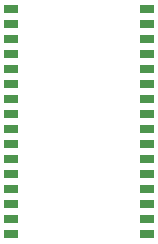
<source format=gbr>
%TF.GenerationSoftware,KiCad,Pcbnew,(5.1.6)-1*%
%TF.CreationDate,2020-09-22T21:52:58+03:00*%
%TF.ProjectId,RAM_ROM_devboard,52414d5f-524f-44d5-9f64-6576626f6172,rev?*%
%TF.SameCoordinates,Original*%
%TF.FileFunction,Paste,Top*%
%TF.FilePolarity,Positive*%
%FSLAX46Y46*%
G04 Gerber Fmt 4.6, Leading zero omitted, Abs format (unit mm)*
G04 Created by KiCad (PCBNEW (5.1.6)-1) date 2020-09-22 21:52:58*
%MOMM*%
%LPD*%
G01*
G04 APERTURE LIST*
%ADD10R,1.295000X0.650000*%
G04 APERTURE END LIST*
D10*
%TO.C,IC1*%
X124600000Y-91059000D03*
X124600000Y-92329000D03*
X124600000Y-93599000D03*
X124600000Y-94869000D03*
X124600000Y-96139000D03*
X124600000Y-97409000D03*
X124600000Y-98679000D03*
X124600000Y-99949000D03*
X124600000Y-101219000D03*
X124600000Y-102489000D03*
X124600000Y-103759000D03*
X124600000Y-105029000D03*
X124600000Y-106299000D03*
X124600000Y-107569000D03*
X124600000Y-108839000D03*
X124600000Y-110109000D03*
X113144000Y-110109000D03*
X113144000Y-108839000D03*
X113144000Y-107569000D03*
X113144000Y-106299000D03*
X113144000Y-105029000D03*
X113144000Y-103759000D03*
X113144000Y-102489000D03*
X113144000Y-101219000D03*
X113144000Y-99949000D03*
X113144000Y-98679000D03*
X113144000Y-97409000D03*
X113144000Y-96139000D03*
X113144000Y-94869000D03*
X113144000Y-93599000D03*
X113144000Y-92329000D03*
X113144000Y-91059000D03*
%TD*%
M02*

</source>
